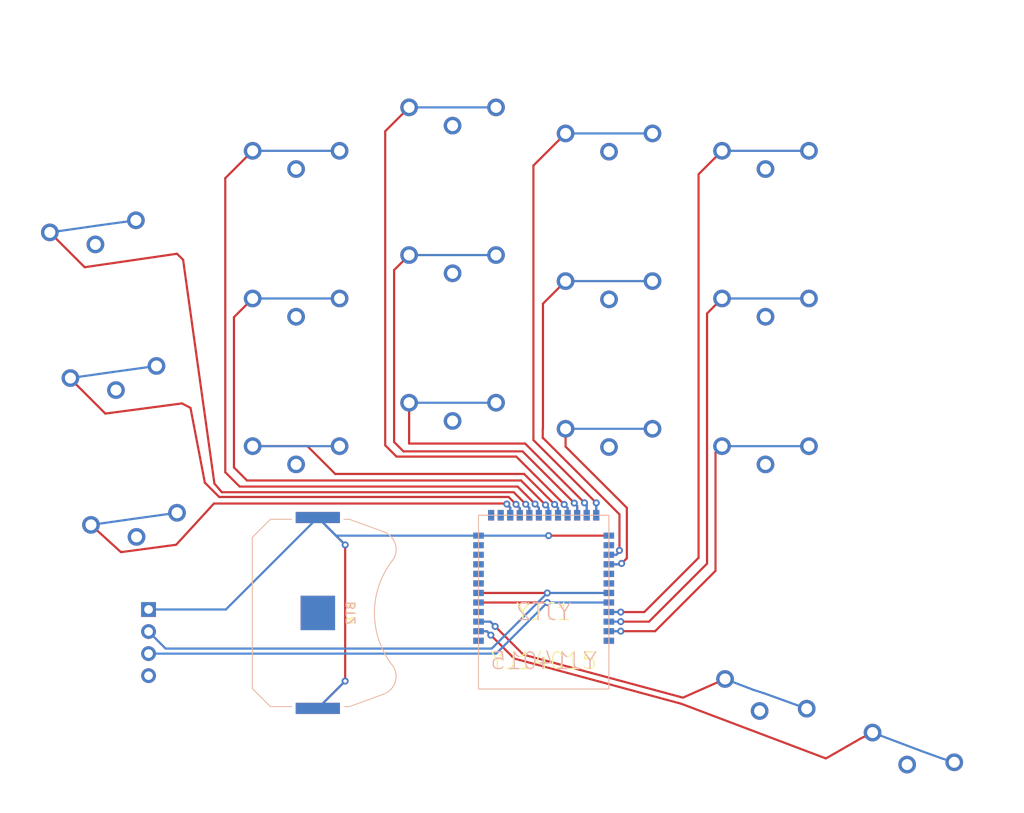
<source format=kicad_pcb>
(kicad_pcb (version 20211014) (generator pcbnew)
  (title_block (title "gurt-portable") (rev "v 0.1") (comment 4 "Author: CarlFabian"))
  (layers (0 "F.Cu" signal) (31 "B.Cu" signal) (34 "B.Paste" user) (35 "F.Paste" user) (36 "B.SilkS" user "B.Silkscreen") (37 "F.SilkS" user "F.Silkscreen") (38 "B.Mask" user) (39 "F.Mask" user) (44 "Edge.Cuts" user))
  (net 0 "")
  (net 1 "VCC")
  (net 2 "GND")
  (net 3 "DIOL")
  (net 4 "SW00L")
  (net 5 "SW10L")
  (net 6 "SW20L")
  (net 7 "SW01L")
  (net 8 "SW11L")
  (net 9 "SW21L")
  (net 10 "SW02L")
  (net 11 "SW12L")
  (net 12 "SW22L")
  (net 13 "SW03L")
  (net 14 "SW13L")
  (net 15 "SW23L")
  (net 16 "SW33L")
  (net 17 "SW04L")
  (net 18 "SW14L")
  (net 19 "SW24L")
  (net 20 "SW34L")
  (net 21 "CLKL")
  (footprint "gurt-portable:YJ-14015" (layer "F.Cu") (at 149.98192 110.25122 180)
    (fp_text reference "YJT1" (at 0 -11.1252) (layer "F.SilkS") (effects (font (size 1.9304 1.9304) (thickness 0.1524))))
    (fp_text value "YJ14015" (at 0 -16.764) (layer "F.SilkS") (effects (font (size 1.9304 1.9304) (thickness 0.1524))))
    (fp_line (start 7.49808 0) (end 7.49808 -19.99996) (layer "F.SilkS") (width 0.1))
    (fp_line (start -7.49808 0) (end 7.49808 0) (layer "F.SilkS") (width 0.1))
    (fp_line (start 7.49808 -19.99996) (end -7.49808 -19.99996) (layer "F.SilkS") (width 0.1))
    (fp_line (start -7.49808 -19.99996) (end -7.49808 0) (layer "F.SilkS") (width 0.1))
    (pad "1" smd rect locked (at -7.49808 -14.44752 270) (size 0.6985 1.19888) (layers "F.Cu" "F.Paste" "F.Mask") (net 2 "GND"))
    (pad "2" smd rect locked (at -7.49808 -13.3477 270) (size 0.6985 1.19888) (layers "F.Cu" "F.Paste" "F.Mask") (net 19 "SW24L"))
    (pad "3" smd rect locked (at -7.49808 -12.24788 270) (size 0.6985 1.19888) (layers "F.Cu" "F.Paste" "F.Mask") (net 18 "SW14L"))
    (pad "4" smd rect locked (at -7.49808 -11.14806 270) (size 0.6985 1.19888) (layers "F.Cu" "F.Paste" "F.Mask") (net 17 "SW04L"))
    (pad "5" smd rect locked (at -7.49808 -10.04824 270) (size 0.6985 1.19888) (layers "F.Cu" "F.Paste" "F.Mask"))
    (pad "6" smd rect locked (at -7.49808 -8.94842 270) (size 0.6985 1.19888) (layers "F.Cu" "F.Paste" "F.Mask"))
    (pad "7" smd rect locked (at -7.49808 -7.8486 270) (size 0.6985 1.19888) (layers "F.Cu" "F.Paste" "F.Mask"))
    (pad "8" smd rect locked (at -7.49808 -6.74878 270) (size 0.6985 1.19888) (layers "F.Cu" "F.Paste" "F.Mask"))
    (pad "9" smd rect locked (at -7.49808 -5.64896 270) (size 0.6985 1.19888) (layers "F.Cu" "F.Paste" "F.Mask") (net 15 "SW23L"))
    (pad "10" smd rect locked (at -7.49808 -4.54914 270) (size 0.6985 1.19888) (layers "F.Cu" "F.Paste" "F.Mask") (net 14 "SW13L"))
    (pad "11" smd rect locked (at -7.49808 -3.44932 270) (size 0.6985 1.19888) (layers "F.Cu" "F.Paste" "F.Mask") (net 2 "GND"))
    (pad "12" smd rect locked (at -7.49808 -2.3495 270) (size 0.6985 1.19888) (layers "F.Cu" "F.Paste" "F.Mask") (net 1 "VCC"))
    (pad "13" smd rect locked (at -6.04774 0 270) (size 1.19888 0.6985) (layers "F.Cu" "F.Paste" "F.Mask") (net 13 "SW03L"))
    (pad "14" smd rect locked (at -4.94792 0 270) (size 1.19888 0.6985) (layers "F.Cu" "F.Paste" "F.Mask") (net 12 "SW22L"))
    (pad "15" smd rect locked (at -3.8481 0 270) (size 1.19888 0.6985) (layers "F.Cu" "F.Paste" "F.Mask") (net 11 "SW12L"))
    (pad "16" smd rect locked (at -2.74828 0 270) (size 1.19888 0.6985) (layers "F.Cu" "F.Paste" "F.Mask") (net 10 "SW02L"))
    (pad "17" smd rect locked (at -1.64846 0 270) (size 1.19888 0.6985) (layers "F.Cu" "F.Paste" "F.Mask") (net 9 "SW21L"))
    (pad "18" smd rect locked (at -0.54864 0 270) (size 1.19888 0.6985) (layers "F.Cu" "F.Paste" "F.Mask") (net 8 "SW11L"))
    (pad "19" smd rect locked (at 0.54864 0 270) (size 1.19888 0.6985) (layers "F.Cu" "F.Paste" "F.Mask") (net 7 "SW01L"))
    (pad "20" smd rect locked (at 1.64846 0 270) (size 1.19888 0.6985) (layers "F.Cu" "F.Paste" "F.Mask") (net 4 "SW00L"))
    (pad "21" smd rect locked (at 2.74828 0 270) (size 1.19888 0.6985) (layers "F.Cu" "F.Paste" "F.Mask") (net 5 "SW10L"))
    (pad "22" smd rect locked (at 3.8481 0 270) (size 1.19888 0.6985) (layers "F.Cu" "F.Paste" "F.Mask") (net 6 "SW20L"))
    (pad "23" smd rect locked (at 4.94792 0 270) (size 1.19888 0.6985) (layers "F.Cu" "F.Paste" "F.Mask"))
    (pad "24" smd rect locked (at 6.04774 0 270) (size 1.19888 0.6985) (layers "F.Cu" "F.Paste" "F.Mask"))
    (pad "25" smd rect locked (at 7.49808 -2.3495 270) (size 0.6985 1.19888) (layers "F.Cu" "F.Paste" "F.Mask"))
    (pad "26" smd rect locked (at 7.49808 -3.44932 270) (size 0.6985 1.19888) (layers "F.Cu" "F.Paste" "F.Mask"))
    (pad "27" smd rect locked (at 7.49808 -4.54914 270) (size 0.6985 1.19888) (layers "F.Cu" "F.Paste" "F.Mask"))
    (pad "28" smd rect locked (at 7.49808 -5.64896 270) (size 0.6985 1.19888) (layers "F.Cu" "F.Paste" "F.Mask"))
    (pad "29" smd rect locked (at 7.49808 -6.74878 270) (size 0.6985 1.19888) (layers "F.Cu" "F.Paste" "F.Mask"))
    (pad "30" smd rect locked (at 7.49808 -7.8486 270) (size 0.6985 1.19888) (layers "F.Cu" "F.Paste" "F.Mask"))
    (pad "31" smd rect locked (at 7.49808 -8.94842 270) (size 0.6985 1.19888) (layers "F.Cu" "F.Paste" "F.Mask") (net 3 "DIOL"))
    (pad "32" smd rect locked (at 7.49808 -10.04824 270) (size 0.6985 1.19888) (layers "F.Cu" "F.Paste" "F.Mask") (net 21 "CLKL"))
    (pad "33" smd rect locked (at 7.49808 -11.14806 270) (size 0.6985 1.19888) (layers "F.Cu" "F.Paste" "F.Mask"))
    (pad "34" smd rect locked (at 7.49808 -12.24788 270) (size 0.6985 1.19888) (layers "F.Cu" "F.Paste" "F.Mask") (net 16 "SW33L"))
    (pad "35" smd rect locked (at 7.49808 -13.3477 270) (size 0.6985 1.19888) (layers "F.Cu" "F.Paste" "F.Mask") (net 20 "SW34L"))
    (pad "36" smd rect locked (at 7.49808 -14.44752 270) (size 0.6985 1.19888) (layers "F.Cu" "F.Paste" "F.Mask"))
  )
  (footprint "gurt-portable:Choc_PG1350_Choc_Spacing_Reversible" (layer "F.Cu") (at 99.955551 90 8)
    (fp_text reference "SW2" hide)
    (fp_text value "SW_PUSH" hide)
    (pad "" np_thru_hole circle locked (at -5.22 -4.2 8) (size 0.9906 0.9906) (drill 0.9906) (layers *.Cu *.Mask))
    (pad "" np_thru_hole circle locked (at -5.5 0 8) (size 1.7018 1.7018) (drill 1.7018) (layers *.Cu *.Mask))
    (pad "" np_thru_hole circle locked (at 0 0 8) (size 3.429 3.429) (drill 3.429) (layers *.Cu *.Mask))
    (pad "" np_thru_hole circle locked (at 5.5 0 8) (size 1.7018 1.7018) (drill 1.7018) (layers *.Cu *.Mask))
    (pad "" np_thru_hole circle locked (at 5.22 -4.2 8) (size 0.9906 0.9906) (drill 0.9906) (layers *.Cu *.Mask))
    (pad "1" thru_hole circle locked (at 0 5.9 8) (size 2.032 2.032) (drill 1.27) (layers *.Cu *.Mask) (net 2 "GND"))
    (pad "2" thru_hole circle locked (at -5 3.8 8) (size 2.032 2.032) (drill 1.27) (layers *.Cu *.Mask) (net 5 "SW10L"))
    (pad "2" thru_hole circle locked (at 5 3.8 278) (size 2.032 2.032) (drill 1.27) (layers *.Cu *.Mask) (net 5 "SW10L"))
  )
  (footprint "gurt-portable:Choc_PG1350_Choc_Spacing_Reversible" (layer "F.Cu") (at 157.499999 79.5)
    (fp_text reference "SW11" hide)
    (fp_text value "SW_PUSH" hide)
    (pad "" np_thru_hole circle locked (at -5.5 0) (size 1.7018 1.7018) (drill 1.7018) (layers *.Cu *.Mask))
    (pad "" np_thru_hole circle locked (at 5.5 0) (size 1.7018 1.7018) (drill 1.7018) (layers *.Cu *.Mask))
    (pad "" np_thru_hole circle locked (at 5.22 -4.2) (size 0.9906 0.9906) (drill 0.9906) (layers *.Cu *.Mask))
    (pad "" np_thru_hole circle locked (at 0 0) (size 3.429 3.429) (drill 3.429) (layers *.Cu *.Mask))
    (pad "" np_thru_hole circle locked (at -5.22 -4.2) (size 0.9906 0.9906) (drill 0.9906) (layers *.Cu *.Mask))
    (pad "1" thru_hole circle locked (at 0 5.9) (size 2.032 2.032) (drill 1.27) (layers *.Cu *.Mask) (net 2 "GND"))
    (pad "2" thru_hole circle locked (at 5 3.8 270) (size 2.032 2.032) (drill 1.27) (layers *.Cu *.Mask) (net 14 "SW13L"))
    (pad "2" thru_hole circle locked (at -5 3.8) (size 2.032 2.032) (drill 1.27) (layers *.Cu *.Mask) (net 14 "SW13L"))
  )
  (footprint "gurt-portable:BatteryHolder_Keystone_3034_1x20mm" (layer "F.Cu") (at 124 121.5 90)
    (fp_text reference "BT1" (at 0 3.81 90) (layer "F.SilkS"))
    (fp_text value "Device_Battery_Cell")
    (fp_line (start 8.7 -7.54) (end 10.78 -5.46) (layer "F.SilkS") (width 0.1))
    (fp_line (start 10.78 3) (end 10.78 3.63) (layer "F.SilkS") (width 0.1))
    (fp_line (start -10.78 3.63) (end -9.34 7.58) (layer "F.SilkS") (width 0.1))
    (fp_line (start -10.78 -5.46) (end -10.78 -3) (layer "F.SilkS") (width 0.1))
    (fp_line (start 10.78 -5.46) (end 10.78 -3) (layer "F.SilkS") (width 0.1))
    (fp_line (start -8.7 -7.54) (end -10.78 -5.46) (layer "F.SilkS") (width 0.1))
    (fp_line (start 8.7 -7.54) (end -8.7 -7.54) (layer "F.SilkS") (width 0.1))
    (fp_line (start -10.78 3) (end -10.78 3.63) (layer "F.SilkS") (width 0.1))
    (fp_line (start 10.78 3.63) (end 9.34 7.58) (layer "F.SilkS") (width 0.1))
    (fp_arc (start 9.325243 7.588169) (mid 7.90634 8.911668) (end 6 8.55) (layer "F.SilkS") (width 0.1))
    (fp_arc (start -6.003354 8.56653) (mid -7.921654 8.918738) (end -9.34 7.58) (layer "F.SilkS") (width 0.1))
    (fp_arc (start -6.0046 8.553536) (mid -0.002901 6.511341) (end 6 8.55) (layer "F.SilkS") (width 0.1))
    (pad "1" smd rect locked (at 10.985 0 90) (size 1.27 5.08) (layers "F.Cu" "F.Paste" "F.Mask") (net 1 "VCC"))
    (pad "1" smd rect locked (at -10.985 0 90) (size 1.27 5.08) (layers "F.Cu" "F.Paste" "F.Mask") (net 1 "VCC"))
    (pad "2" smd rect locked (at 0 0 90) (size 3.96 3.96) (layers "F.Cu" "F.Paste" "F.Mask") (net 2 "GND"))
  )
  (footprint "gurt-portable:Choc_PG1350_Choc_Spacing_Reversible" (layer "F.Cu") (at 139.500001 76.5)
    (fp_text reference "SW8" hide)
    (fp_text value "SW_PUSH" hide)
    (pad "" np_thru_hole circle locked (at 5.22 -4.2) (size 0.9906 0.9906) (drill 0.9906) (layers *.Cu *.Mask))
    (pad "" np_thru_hole circle locked (at -5.5 0) (size 1.7018 1.7018) (drill 1.7018) (layers *.Cu *.Mask))
    (pad "" np_thru_hole circle locked (at 5.5 0) (size 1.7018 1.7018) (drill 1.7018) (layers *.Cu *.Mask))
    (pad "" np_thru_hole circle locked (at -5.22 -4.2) (size 0.9906 0.9906) (drill 0.9906) (layers *.Cu *.Mask))
    (pad "" np_thru_hole circle locked (at 0 0) (size 3.429 3.429) (drill 3.429) (layers *.Cu *.Mask))
    (pad "1" thru_hole circle locked (at 0 5.9) (size 2.032 2.032) (drill 1.27) (layers *.Cu *.Mask) (net 2 "GND"))
    (pad "2" thru_hole circle locked (at -5 3.8) (size 2.032 2.032) (drill 1.27) (layers *.Cu *.Mask) (net 11 "SW12L"))
    (pad "2" thru_hole circle locked (at 5 3.8 270) (size 2.032 2.032) (drill 1.27) (layers *.Cu *.Mask) (net 11 "SW12L"))
  )
  (footprint "gurt-portable:Choc_PG1350_Choc_Spacing_Reversible" (layer "F.Cu") (at 121.5 81.5)
    (fp_text reference "SW5" hide)
    (fp_text value "SW_PUSH" hide)
    (pad "" np_thru_hole circle locked (at -5.22 -4.2) (size 0.9906 0.9906) (drill 0.9906) (layers *.Cu *.Mask))
    (pad "" np_thru_hole circle locked (at 5.22 -4.2) (size 0.9906 0.9906) (drill 0.9906) (layers *.Cu *.Mask))
    (pad "" np_thru_hole circle locked (at 5.5 0) (size 1.7018 1.7018) (drill 1.7018) (layers *.Cu *.Mask))
    (pad "" np_thru_hole circle locked (at -5.5 0) (size 1.7018 1.7018) (drill 1.7018) (layers *.Cu *.Mask))
    (pad "" np_thru_hole circle locked (at 0 0) (size 3.429 3.429) (drill 3.429) (layers *.Cu *.Mask))
    (pad "1" thru_hole circle locked (at 0 5.9) (size 2.032 2.032) (drill 1.27) (layers *.Cu *.Mask) (net 2 "GND"))
    (pad "2" thru_hole circle locked (at 5 3.8 270) (size 2.032 2.032) (drill 1.27) (layers *.Cu *.Mask) (net 8 "SW11L"))
    (pad "2" thru_hole circle locked (at -5 3.8) (size 2.032 2.032) (drill 1.27) (layers *.Cu *.Mask) (net 8 "SW11L"))
  )
  (footprint "gurt-portable:Choc_PG1350_Choc_Spacing_Reversible" (layer "F.Cu") (at 175.5 98.5)
    (fp_text reference "SW16" hide)
    (fp_text value "SW_PUSH" hide)
    (pad "" np_thru_hole circle locked (at -5.22 -4.2) (size 0.9906 0.9906) (drill 0.9906) (layers *.Cu *.Mask))
    (pad "" np_thru_hole circle locked (at 5.22 -4.2) (size 0.9906 0.9906) (drill 0.9906) (layers *.Cu *.Mask))
    (pad "" np_thru_hole circle locked (at 0 0) (size 3.429 3.429) (drill 3.429) (layers *.Cu *.Mask))
    (pad "" np_thru_hole circle locked (at -5.5 0) (size 1.7018 1.7018) (drill 1.7018) (layers *.Cu *.Mask))
    (pad "" np_thru_hole circle locked (at 5.5 0) (size 1.7018 1.7018) (drill 1.7018) (layers *.Cu *.Mask))
    (pad "1" thru_hole circle locked (at 0 5.9) (size 2.032 2.032) (drill 1.27) (layers *.Cu *.Mask) (net 2 "GND"))
    (pad "2" thru_hole circle locked (at -5 3.8) (size 2.032 2.032) (drill 1.27) (layers *.Cu *.Mask) (net 19 "SW24L"))
    (pad "2" thru_hole circle locked (at 5 3.8 270) (size 2.032 2.032) (drill 1.27) (layers *.Cu *.Mask) (net 19 "SW24L"))
  )
  (footprint "gurt-portable:Choc_PG1350_Choc_Spacing_Reversible" (layer "F.Cu") (at 157.5 96.5)
    (fp_text reference "SW12" hide)
    (fp_text value "SW_PUSH" hide)
    (pad "" np_thru_hole circle locked (at 5.22 -4.2) (size 0.9906 0.9906) (drill 0.9906) (layers *.Cu *.Mask))
    (pad "" np_thru_hole circle locked (at 5.5 0) (size 1.7018 1.7018) (drill 1.7018) (layers *.Cu *.Mask))
    (pad "" np_thru_hole circle locked (at -5.22 -4.2) (size 0.9906 0.9906) (drill 0.9906) (layers *.Cu *.Mask))
    (pad "" np_thru_hole circle locked (at -5.5 0) (size 1.7018 1.7018) (drill 1.7018) (layers *.Cu *.Mask))
    (pad "" np_thru_hole circle locked (at 0 0) (size 3.429 3.429) (drill 3.429) (layers *.Cu *.Mask))
    (pad "1" thru_hole circle locked (at 0 5.9) (size 2.032 2.032) (drill 1.27) (layers *.Cu *.Mask) (net 2 "GND"))
    (pad "2" thru_hole circle locked (at -5 3.8) (size 2.032 2.032) (drill 1.27) (layers *.Cu *.Mask) (net 15 "SW23L"))
    (pad "2" thru_hole circle locked (at 5 3.8 270) (size 2.032 2.032) (drill 1.27) (layers *.Cu *.Mask) (net 15 "SW23L"))
  )
  (footprint "gurt-portable:Choc_PG1350_Choc_Spacing_Reversible" (layer "F.Cu") (at 175.5 81.500001)
    (fp_text reference "SW15" hide)
    (fp_text value "SW_PUSH" hide)
    (pad "" np_thru_hole circle locked (at 5.22 -4.2) (size 0.9906 0.9906) (drill 0.9906) (layers *.Cu *.Mask))
    (pad "" np_thru_hole circle locked (at 5.5 0) (size 1.7018 1.7018) (drill 1.7018) (layers *.Cu *.Mask))
    (pad "" np_thru_hole circle locked (at 0 0) (size 3.429 3.429) (drill 3.429) (layers *.Cu *.Mask))
    (pad "" np_thru_hole circle locked (at -5.5 0) (size 1.7018 1.7018) (drill 1.7018) (layers *.Cu *.Mask))
    (pad "" np_thru_hole circle locked (at -5.22 -4.2) (size 0.9906 0.9906) (drill 0.9906) (layers *.Cu *.Mask))
    (pad "1" thru_hole circle locked (at 0 5.9) (size 2.032 2.032) (drill 1.27) (layers *.Cu *.Mask) (net 2 "GND"))
    (pad "2" thru_hole circle locked (at -5 3.8) (size 2.032 2.032) (drill 1.27) (layers *.Cu *.Mask) (net 18 "SW14L"))
    (pad "2" thru_hole circle locked (at 5 3.8 270) (size 2.032 2.032) (drill 1.27) (layers *.Cu *.Mask) (net 18 "SW14L"))
  )
  (footprint "gurt-portable:Choc_PG1350_Choc_Spacing_Reversible" (layer "F.Cu") (at 193.816383 133.410744 -20)
    (fp_text reference "SW17" hide)
    (fp_text value "SW_PUSH" hide)
    (pad "" np_thru_hole circle locked (at 5.22 -4.2 340) (size 0.9906 0.9906) (drill 0.9906) (layers *.Cu *.Mask))
    (pad "" np_thru_hole circle locked (at 5.5 0 340) (size 1.7018 1.7018) (drill 1.7018) (layers *.Cu *.Mask))
    (pad "" np_thru_hole circle locked (at -5.22 -4.2 340) (size 0.9906 0.9906) (drill 0.9906) (layers *.Cu *.Mask))
    (pad "" np_thru_hole circle locked (at 0 0 340) (size 3.429 3.429) (drill 3.429) (layers *.Cu *.Mask))
    (pad "" np_thru_hole circle locked (at -5.5 0 340) (size 1.7018 1.7018) (drill 1.7018) (layers *.Cu *.Mask))
    (pad "1" thru_hole circle locked (at 0 5.9 340) (size 2.032 2.032) (drill 1.27) (layers *.Cu *.Mask) (net 2 "GND"))
    (pad "2" thru_hole circle locked (at -5 3.8 340) (size 2.032 2.032) (drill 1.27) (layers *.Cu *.Mask) (net 20 "SW34L"))
    (pad "2" thru_hole circle locked (at 5 3.8 250) (size 2.032 2.032) (drill 1.27) (layers *.Cu *.Mask) (net 20 "SW34L"))
  )
  (footprint "gurt-portable:Choc_PG1350_Choc_Spacing_Reversible" (layer "F.Cu") (at 157.500001 62.5)
    (fp_text reference "SW10" hide)
    (fp_text value "SW_PUSH" hide)
    (pad "" np_thru_hole circle locked (at -5.5 0) (size 1.7018 1.7018) (drill 1.7018) (layers *.Cu *.Mask))
    (pad "" np_thru_hole circle locked (at 5.22 -4.2) (size 0.9906 0.9906) (drill 0.9906) (layers *.Cu *.Mask))
    (pad "" np_thru_hole circle locked (at 0 0) (size 3.429 3.429) (drill 3.429) (layers *.Cu *.Mask))
    (pad "" np_thru_hole circle locked (at 5.5 0) (size 1.7018 1.7018) (drill 1.7018) (layers *.Cu *.Mask))
    (pad "" np_thru_hole circle locked (at -5.22 -4.2) (size 0.9906 0.9906) (drill 0.9906) (layers *.Cu *.Mask))
    (pad "1" thru_hole circle locked (at 0 5.9) (size 2.032 2.032) (drill 1.27) (layers *.Cu *.Mask) (net 2 "GND"))
    (pad "2" thru_hole circle locked (at 5 3.8 270) (size 2.032 2.032) (drill 1.27) (layers *.Cu *.Mask) (net 13 "SW03L"))
    (pad "2" thru_hole circle locked (at -5 3.8) (size 2.032 2.032) (drill 1.27) (layers *.Cu *.Mask) (net 13 "SW03L"))
  )
  (footprint "gurt-portable:Choc_PG1350_Choc_Spacing_Reversible" (layer "F.Cu") (at 139.5 59.5)
    (fp_text reference "SW7" hide)
    (fp_text value "SW_PUSH" hide)
    (pad "" np_thru_hole circle locked (at -5.5 0) (size 1.7018 1.7018) (drill 1.7018) (layers *.Cu *.Mask))
    (pad "" np_thru_hole circle locked (at 0 0) (size 3.429 3.429) (drill 3.429) (layers *.Cu *.Mask))
    (pad "" np_thru_hole circle locked (at 5.22 -4.2) (size 0.9906 0.9906) (drill 0.9906) (layers *.Cu *.Mask))
    (pad "" np_thru_hole circle locked (at -5.22 -4.2) (size 0.9906 0.9906) (drill 0.9906) (layers *.Cu *.Mask))
    (pad "" np_thru_hole circle locked (at 5.5 0) (size 1.7018 1.7018) (drill 1.7018) (layers *.Cu *.Mask))
    (pad "1" thru_hole circle locked (at 0 5.9) (size 2.032 2.032) (drill 1.27) (layers *.Cu *.Mask) (net 2 "GND"))
    (pad "2" thru_hole circle locked (at 5 3.8 270) (size 2.032 2.032) (drill 1.27) (layers *.Cu *.Mask) (net 10 "SW02L"))
    (pad "2" thru_hole circle locked (at -5 3.8) (size 2.032 2.032) (drill 1.27) (layers *.Cu *.Mask) (net 10 "SW02L"))
  )
  (footprint "gurt-portable:Choc_PG1350_Choc_Spacing_Reversible" (layer "F.Cu") (at 102.321494 106.903369 8)
    (fp_text reference "SW3" hide)
    (fp_text value "SW_PUSH" hide)
    (pad "" np_thru_hole circle locked (at 5.22 -4.2 8) (size 0.9906 0.9906) (drill 0.9906) (layers *.Cu *.Mask))
    (pad "" np_thru_hole circle locked (at -5.5 0 8) (size 1.7018 1.7018) (drill 1.7018) (layers *.Cu *.Mask))
    (pad "" np_thru_hole circle locked (at -5.22 -4.2 8) (size 0.9906 0.9906) (drill 0.9906) (layers *.Cu *.Mask))
    (pad "" np_thru_hole circle locked (at 0 0 8) (size 3.429 3.429) (drill 3.429) (layers *.Cu *.Mask))
    (pad "" np_thru_hole circle locked (at 5.5 0 8) (size 1.7018 1.7018) (drill 1.7018) (layers *.Cu *.Mask))
    (pad "1" thru_hole circle locked (at 0 5.9 8) (size 2.032 2.032) (drill 1.27) (layers *.Cu *.Mask) (net 2 "GND"))
    (pad "2" thru_hole circle locked (at 5 3.8 278) (size 2.032 2.032) (drill 1.27) (layers *.Cu *.Mask) (net 6 "SW20L"))
    (pad "2" thru_hole circle locked (at -5 3.8 8) (size 2.032 2.032) (drill 1.27) (layers *.Cu *.Mask) (net 6 "SW20L"))
  )
  (footprint "gurt-portable:Choc_PG1350_Choc_Spacing_Reversible" (layer "F.Cu") (at 121.500001 98.500001)
    (fp_text reference "SW6" hide)
    (fp_text value "SW_PUSH" hide)
    (pad "" np_thru_hole circle locked (at 0 0) (size 3.429 3.429) (drill 3.429) (layers *.Cu *.Mask))
    (pad "" np_thru_hole circle locked (at 5.5 0) (size 1.7018 1.7018) (drill 1.7018) (layers *.Cu *.Mask))
    (pad "" np_thru_hole circle locked (at 5.22 -4.2) (size 0.9906 0.9906) (drill 0.9906) (layers *.Cu *.Mask))
    (pad "" np_thru_hole circle locked (at -5.22 -4.2) (size 0.9906 0.9906) (drill 0.9906) (layers *.Cu *.Mask))
    (pad "" np_thru_hole circle locked (at -5.5 0) (size 1.7018 1.7018) (drill 1.7018) (layers *.Cu *.Mask))
    (pad "1" thru_hole circle locked (at 0 5.9) (size 2.032 2.032) (drill 1.27) (layers *.Cu *.Mask) (net 2 "GND"))
    (pad "2" thru_hole circle locked (at 5 3.8 270) (size 2.032 2.032) (drill 1.27) (layers *.Cu *.Mask) (net 9 "SW21L"))
    (pad "2" thru_hole circle locked (at -5 3.8) (size 2.032 2.032) (drill 1.27) (layers *.Cu *.Mask) (net 9 "SW21L"))
  )
  (footprint "gurt-portable:Choc_PG1350_Choc_Spacing_Reversible" (layer "F.Cu") (at 175.499999 64.5)
    (fp_text reference "SW14" hide)
    (fp_text value "SW_PUSH" hide)
    (pad "" np_thru_hole circle locked (at -5.22 -4.2) (size 0.9906 0.9906) (drill 0.9906) (layers *.Cu *.Mask))
    (pad "" np_thru_hole circle locked (at -5.5 0) (size 1.7018 1.7018) (drill 1.7018) (layers *.Cu *.Mask))
    (pad "" np_thru_hole circle locked (at 5.5 0) (size 1.7018 1.7018) (drill 1.7018) (layers *.Cu *.Mask))
    (pad "" np_thru_hole circle locked (at 5.22 -4.2) (size 0.9906 0.9906) (drill 0.9906) (layers *.Cu *.Mask))
    (pad "" np_thru_hole circle locked (at 0 0) (size 3.429 3.429) (drill 3.429) (layers *.Cu *.Mask))
    (pad "1" thru_hole circle locked (at 0 5.9) (size 2.032 2.032) (drill 1.27) (layers *.Cu *.Mask) (net 2 "GND"))
    (pad "2" thru_hole circle locked (at -5 3.8) (size 2.032 2.032) (drill 1.27) (layers *.Cu *.Mask) (net 17 "SW04L"))
    (pad "2" thru_hole circle locked (at 5 3.8 270) (size 2.032 2.032) (drill 1.27) (layers *.Cu *.Mask) (net 17 "SW04L"))
  )
  (footprint "gurt-portable:Choc_PG1350_Choc_Spacing_Reversible" (layer "F.Cu") (at 97.589608 73.234254 8)
    (fp_text reference "SW1" hide)
    (fp_text value "SW_PUSH" hide)
    (pad "" np_thru_hole circle locked (at -5.22 -4.2 8) (size 0.9906 0.9906) (drill 0.9906) (layers *.Cu *.Mask))
    (pad "" np_thru_hole circle locked (at 0 0 8) (size 3.429 3.429) (drill 3.429) (layers *.Cu *.Mask))
    (pad "" np_thru_hole circle locked (at 5.5 0 8) (size 1.7018 1.7018) (drill 1.7018) (layers *.Cu *.Mask))
    (pad "" np_thru_hole circle locked (at 5.22 -4.2 8) (size 0.9906 0.9906) (drill 0.9906) (layers *.Cu *.Mask))
    (pad "" np_thru_hole circle locked (at -5.5 0 8) (size 1.7018 1.7018) (drill 1.7018) (layers *.Cu *.Mask))
    (pad "1" thru_hole circle locked (at 0 5.9 8) (size 2.032 2.032) (drill 1.27) (layers *.Cu *.Mask) (net 2 "GND"))
    (pad "2" thru_hole circle locked (at 5 3.8 278) (size 2.032 2.032) (drill 1.27) (layers *.Cu *.Mask) (net 4 "SW00L"))
    (pad "2" thru_hole circle locked (at -5 3.8 8) (size 2.032 2.032) (drill 1.27) (layers *.Cu *.Mask) (net 4 "SW00L"))
  )
  (footprint "gurt-portable:Choc_PG1350_Choc_Spacing_Reversible" (layer "F.Cu") (at 121.5 64.500001)
    (fp_text reference "SW4" hide)
    (fp_text value "SW_PUSH" hide)
    (pad "" np_thru_hole circle locked (at 5.5 0) (size 1.7018 1.7018) (drill 1.7018) (layers *.Cu *.Mask))
    (pad "" np_thru_hole circle locked (at -5.5 0) (size 1.7018 1.7018) (drill 1.7018) (layers *.Cu *.Mask))
    (pad "" np_thru_hole circle locked (at 0 0) (size 3.429 3.429) (drill 3.429) (layers *.Cu *.Mask))
    (pad "" np_thru_hole circle locked (at -5.22 -4.2) (size 0.9906 0.9906) (drill 0.9906) (layers *.Cu *.Mask))
    (pad "" np_thru_hole circle locked (at 5.22 -4.2) (size 0.9906 0.9906) (drill 0.9906) (layers *.Cu *.Mask))
    (pad "1" thru_hole circle locked (at 0 5.9) (size 2.032 2.032) (drill 1.27) (layers *.Cu *.Mask) (net 2 "GND"))
    (pad "2" thru_hole circle locked (at 5 3.8 270) (size 2.032 2.032) (drill 1.27) (layers *.Cu *.Mask) (net 7 "SW01L"))
    (pad "2" thru_hole circle locked (at -5 3.8) (size 2.032 2.032) (drill 1.27) (layers *.Cu *.Mask) (net 7 "SW01L"))
  )
  (footprint "gurt-portable:Choc_PG1350_Choc_Spacing_Reversible" (layer "F.Cu") (at 139.5 93.5)
    (fp_text reference "SW9" hide)
    (fp_text value "SW_PUSH" hide)
    (pad "" np_thru_hole circle locked (at 5.22 -4.2) (size 0.9906 0.9906) (drill 0.9906) (layers *.Cu *.Mask))
    (pad "" np_thru_hole circle locked (at 0 0) (size 3.429 3.429) (drill 3.429) (layers *.Cu *.Mask))
    (pad "" np_thru_hole circle locked (at -5.22 -4.2) (size 0.9906 0.9906) (drill 0.9906) (layers *.Cu *.Mask))
    (pad "" np_thru_hole circle locked (at 5.5 0) (size 1.7018 1.7018) (drill 1.7018) (layers *.Cu *.Mask))
    (pad "" np_thru_hole circle locked (at -5.5 0) (size 1.7018 1.7018) (drill 1.7018) (layers *.Cu *.Mask))
    (pad "1" thru_hole circle locked (at 0 5.9) (size 2.032 2.032) (drill 1.27) (layers *.Cu *.Mask) (net 2 "GND"))
    (pad "2" thru_hole circle locked (at 5 3.8 270) (size 2.032 2.032) (drill 1.27) (layers *.Cu *.Mask) (net 12 "SW22L"))
    (pad "2" thru_hole circle locked (at -5 3.8) (size 2.032 2.032) (drill 1.27) (layers *.Cu *.Mask) (net 12 "SW22L"))
  )
  (footprint "gurt-portable:Choc_PG1350_Choc_Spacing_Reversible" (layer "F.Cu") (at 176.843197 127.239917 -20)
    (fp_text reference "SW13" hide)
    (fp_text value "SW_PUSH" hide)
    (pad "" np_thru_hole circle locked (at -5.22 -4.2 340) (size 0.9906 0.9906) (drill 0.9906) (layers *.Cu *.Mask))
    (pad "" np_thru_hole circle locked (at 5.22 -4.2 340) (size 0.9906 0.9906) (drill 0.9906) (layers *.Cu *.Mask))
    (pad "" np_thru_hole circle locked (at 5.5 0 340) (size 1.7018 1.7018) (drill 1.7018) (layers *.Cu *.Mask))
    (pad "" np_thru_hole circle locked (at -5.5 0 340) (size 1.7018 1.7018) (drill 1.7018) (layers *.Cu *.Mask))
    (pad "" np_thru_hole circle locked (at 0 0 340) (size 3.429 3.429) (drill 3.429) (layers *.Cu *.Mask))
    (pad "1" thru_hole circle locked (at 0 5.9 340) (size 2.032 2.032) (drill 1.27) (layers *.Cu *.Mask) (net 2 "GND"))
    (pad "2" thru_hole circle locked (at 5 3.8 250) (size 2.032 2.032) (drill 1.27) (layers *.Cu *.Mask) (net 16 "SW33L"))
    (pad "2" thru_hole circle locked (at -5 3.8 340) (size 2.032 2.032) (drill 1.27) (layers *.Cu *.Mask) (net 16 "SW33L"))
  )
  (footprint "gurt-portable:YJ-14015" (layer "B.Cu") (at 149.98192 110.25122)
    (fp_text reference "YJT2" (at 0 11.1252) (layer "B.SilkS") (effects (font (size 1.9304 1.9304) (thickness 0.1524)) (justify mirror)))
    (fp_text value "YJ14015" (at 0 16.764) (layer "B.SilkS") (effects (font (size 1.9304 1.9304) (thickness 0.1524)) (justify mirror)))
    (fp_line (start 7.49808 19.99996) (end -7.49808 19.99996) (layer "B.SilkS") (width 0.1))
    (fp_line (start -7.49808 19.99996) (end -7.49808 0) (layer "B.SilkS") (width 0.1))
    (fp_line (start -7.49808 0) (end 7.49808 0) (layer "B.SilkS") (width 0.1))
    (fp_line (start 7.49808 0) (end 7.49808 19.99996) (layer "B.SilkS") (width 0.1))
    (pad "1" smd rect locked (at -7.49808 14.44752 270) (size 0.6985 1.19888) (layers "B.Cu" "B.Paste" "B.Mask") (net 2 "GND"))
    (pad "2" smd rect locked (at -7.49808 13.3477 270) (size 0.6985 1.19888) (layers "B.Cu" "B.Paste" "B.Mask") (net 20 "SW34L"))
    (pad "3" smd rect locked (at -7.49808 12.24788 270) (size 0.6985 1.19888) (layers "B.Cu" "B.Paste" "B.Mask") (net 16 "SW33L"))
    (pad "4" smd rect locked (at -7.49808 11.14806 270) (size 0.6985 1.19888) (layers "B.Cu" "B.Paste" "B.Mask"))
    (pad "5" smd rect locked (at -7.49808 10.04824 270) (size 0.6985 1.19888) (layers "B.Cu" "B.Paste" "B.Mask"))
    (pad "6" smd rect locked (at -7.49808 8.94842 270) (size 0.6985 1.19888) (layers "B.Cu" "B.Paste" "B.Mask"))
    (pad "7" smd rect locked (at -7.49808 7.8486 270) (size 0.6985 1.19888) (layers "B.Cu" "B.Paste" "B.Mask"))
    (pad "8" smd rect locked (at -7.49808 6.74878 270) (size 0.6985 1.19888) (layers "B.Cu" "B.Paste" "B.Mask"))
    (pad "9" smd rect locked (at -7.49808 5.64896 270) (size 0.6985 1.19888) (layers "B.Cu" "B.Paste" "B.Mask"))
    (pad "10" smd rect locked (at -7.49808 4.54914 270) (size 0.6985 1.19888) (layers "B.Cu" "B.Paste" "B.Mask"))
    (pad "11" smd rect locked (at -7.49808 3.44932 270) (size 0.6985 1.19888) (layers "B.Cu" "B.Paste" "B.Mask") (net 2 "GND"))
    (pad "12" smd rect locked (at -7.49808 2.3495 270) (size 0.6985 1.19888) (layers "B.Cu" "B.Paste" "B.Mask") (net 1 "VCC"))
    (pad "13" smd rect locked (at -6.04774 0 270) (size 1.19888 0.6985) (layers "B.Cu" "B.Paste" "B.Mask"))
    (pad "14" smd rect locked (at -4.94792 0 270) (size 1.19888 0.6985) (layers "B.Cu" "B.Paste" "B.Mask"))
    (pad "15" smd rect locked (at -3.8481 0 270) (size 1.19888 0.6985) (layers "B.Cu" "B.Paste" "B.Mask") (net 6 "SW20L"))
    (pad "16" smd rect locked (at -2.74828 0 270) (size 1.19888 0.6985) (layers "B.Cu" "B.Paste" "B.Mask") (net 5 "SW10L"))
    (pad "17" smd rect locked (at -1.64846 0 270) (size 1.19888 0.6985) (layers "B.Cu" "B.Paste" "B.Mask") (net 4 "SW00L"))
    (pad "18" smd rect locked (at -0.54864 0 270) (size 1.19888 0.6985) (layers "B.Cu" "B.Paste" "B.Mask") (net 7 "SW01L"))
    (pad "19" smd rect locked (at 0.54864 0 270) (size 1.19888 0.6985) (layers "B.Cu" "B.Paste" "B.Mask") (net 8 "SW11L"))
    (pad "20" smd rect locked (at 1.64846 0 270) (size 1.19888 0.6985) (layers "B.Cu" "B.Paste" "B.Mask") (net 9 "SW21L"))
    (pad "21" smd rect locked (at 2.74828 0 270) (size 1.19888 0.6985) (layers "B.Cu" "B.Paste" "B.Mask") (net 10 "SW02L"))
    (pad "22" smd rect locked (at 3.8481 0 270) (size 1.19888 0.6985) (layers "B.Cu" "B.Paste" "B.Mask") (net 11 "SW12L"))
    (pad "23" smd rect locked (at 4.94792 0 270) (size 1.19888 0.6985) (layers "B.Cu" "B.Paste" "B.Mask") (net 12 "SW22L"))
    (pad "24" smd rect locked (at 6.04774 0 270) (size 1.19888 0.6985) (layers "B.Cu" "B.Paste" "B.Mask") (net 13 "SW03L"))
    (pad "25" smd rect locked (at 7.49808 2.3495 270) (size 0.6985 1.19888) (layers "B.Cu" "B.Paste" "B.Mask"))
    (pad "26" smd rect locked (at 7.49808 3.44932 270) (size 0.6985 1.19888) (layers "B.Cu" "B.Paste" "B.Mask"))
    (pad "27" smd rect locked (at 7.49808 4.54914 270) (size 0.6985 1.19888) (layers "B.Cu" "B.Paste" "B.Mask") (net 14 "SW13L"))
    (pad "28" smd rect locked (at 7.49808 5.64896 270) (size 0.6985 1.19888) (layers "B.Cu" "B.Paste" "B.Mask") (net 15 "SW23L"))
    (pad "29" smd rect locked (at 7.49808 6.74878 270) (size 0.6985 1.19888) (layers "B.Cu" "B.Paste" "B.Mask"))
    (pad "30" smd rect locked (at 7.49808 7.8486 270) (size 0.6985 1.19888) (layers "B.Cu" "B.Paste" "B.Mask"))
    (pad "31" smd rect locked (at 7.49808 8.94842 270) (size 0.6985 1.19888) (layers "B.Cu" "B.Paste" "B.Mask") (net 3 "DIOL"))
    (pad "32" smd rect locked (at 7.49808 10.04824 270) (size 0.6985 1.19888) (layers "B.Cu" "B.Paste" "B.Mask") (net 21 "CLKL"))
    (pad "33" smd rect locked (at 7.49808 11.14806 270) (size 0.6985 1.19888) (layers "B.Cu" "B.Paste" "B.Mask") (net 17 "SW04L"))
    (pad "34" smd rect locked (at 7.49808 12.24788 270) (size 0.6985 1.19888) (layers "B.Cu" "B.Paste" "B.Mask") (net 18 "SW14L"))
    (pad "35" smd rect locked (at 7.49808 13.3477 270) (size 0.6985 1.19888) (layers "B.Cu" "B.Paste" "B.Mask") (net 19 "SW24L"))
    (pad "36" smd rect locked (at 7.49808 14.44752 270) (size 0.6985 1.19888) (layers "B.Cu" "B.Paste" "B.Mask"))
  )
  (footprint "gurt-portable:BatteryHolder_Keystone_3034_1x20mm" (layer "B.Cu") (at 124 121.5 -90)
    (fp_text reference "BT2" (at 0 -3.81 90) (layer "B.SilkS") (effects (justify mirror)))
    (fp_text value "Device_Battery_Cell")
    (fp_line (start 10.78 5.46) (end 10.78 3) (layer "B.SilkS") (width 0.1))
    (fp_line (start -10.78 -3) (end -10.78 -3.63) (layer "B.SilkS") (width 0.1))
    (fp_line (start -10.78 5.46) (end -10.78 3) (layer "B.SilkS") (width 0.1))
    (fp_line (start 10.78 -3.63) (end 9.34 -7.58) (layer "B.SilkS") (width 0.1))
    (fp_line (start 10.78 -3) (end 10.78 -3.63) (layer "B.SilkS") (width 0.1))
    (fp_line (start 8.7 7.54) (end -8.7 7.54) (layer "B.SilkS") (width 0.1))
    (fp_line (start -10.78 -3.63) (end -9.34 -7.58) (layer "B.SilkS") (width 0.1))
    (fp_line (start -8.7 7.54) (end -10.78 5.46) (layer "B.SilkS") (width 0.1))
    (fp_line (start 8.7 7.54) (end 10.78 5.46) (layer "B.SilkS") (width 0.1))
    (fp_arc (start 6 -8.55) (mid -0.002901 -6.511341) (end -6.0046 -8.553536) (layer "B.SilkS") (width 0.1))
    (fp_arc (start -9.34 -7.58) (mid -7.921654 -8.918739) (end -6.003354 -8.56653) (layer "B.SilkS") (width 0.1))
    (fp_arc (start 6 -8.55) (mid 7.90634 -8.911669) (end 9.325243 -7.588169) (layer "B.SilkS") (width 0.1))
    (pad "1" smd rect locked (at -10.985 0 270) (size 1.27 5.08) (layers "B.Cu" "B.Paste" "B.Mask") (net 1 "VCC"))
    (pad "1" smd rect locked (at 10.985 0 270) (size 1.27 5.08) (layers "B.Cu" "B.Paste" "B.Mask") (net 1 "VCC"))
    (pad "2" smd rect locked (at 0 0 270) (size 3.96 3.96) (layers "B.Cu" "B.Paste" "B.Mask") (net 2 "GND"))
  )
  (footprint "gurt-portable:PinHeader_1x04_P2.54mm_Horizontal" (layer "B.Cu") (at 104.525 121.1 180)
    (fp_text reference "PROG1" hide)
    (fp_text value "Connector_Conn_01x04_Male")
    (pad "1" thru_hole rect (at 0 0 180) (size 1.7 1.7) (drill 1) (layers *.Cu *.Mask) (net 1 "VCC"))
    (pad "2" thru_hole oval (at 0 -2.54 180) (size 1.7 1.7) (drill 1) (layers *.Cu *.Mask) (net 3 "DIOL"))
    (pad "3" thru_hole oval (at 0 -5.08 180) (size 1.7 1.7) (drill 1) (layers *.Cu *.Mask) (net 21 "CLKL"))
    (pad "4" thru_hole oval (at 0 -7.62 180) (size 1.7 1.7) (drill 1) (layers *.Cu *.Mask) (net 2 "GND"))
  )
  (segment (start 127.15 113.665) (end 124 110.515) (width 0.25) (layer "F.Cu") (net 1))
  (segment (start 127.1425 129.3425) (end 127.1425 113.6725) (width 0.25) (layer "F.Cu") (net 1))
  (segment (start 124 132.485) (end 127.1425 129.3425) (width 0.25) (layer "F.Cu") (net 1))
  (segment (start 157.48 112.60072) (end 150.45072 112.60072) (width 0.25) (layer "F.Cu") (net 1))
  (via (at 150.54928 112.60072) (size 0.8) (drill 0.4) (layers "F.Cu" "B.Cu") (net 1))
  (via (at 127.15 113.665) (size 0.8) (drill 0.4) (layers "F.Cu" "B.Cu") (net 1))
  (via (at 127.1425 129.3425) (size 0.8) (drill 0.4) (layers "F.Cu" "B.Cu") (net 1))
  (segment (start 104.525 121.1) (end 113.415 121.1) (width 0.25) (layer "B.Cu") (net 1))
  (segment (start 126.08572 112.60072) (end 124 110.515) (width 0.25) (layer "B.Cu") (net 1))
  (segment (start 142.48384 112.60072) (end 150.54928 112.60072) (width 0.25) (layer "B.Cu") (net 1))
  (segment (start 113.415 121.1) (end 124 110.515) (width 0.25) (layer "B.Cu") (net 1))
  (segment (start 127.15 113.665) (end 124 110.515) (width 0.25) (layer "B.Cu") (net 1))
  (segment (start 124 132.485) (end 127.1425 129.3425) (width 0.25) (layer "B.Cu") (net 1))
  (segment (start 142.48384 112.60072) (end 126.08572 112.60072) (width 0.25) (layer "B.Cu") (net 1))
  (segment (start 142.48384 119.19964) (end 150.40036 119.19964) (width 0.25) (layer "F.Cu") (net 3))
  (via (at 150.40036 119.19964) (size 0.8) (drill 0.4) (layers "F.Cu" "B.Cu") (net 3))
  (segment (start 157.48 119.19964) (end 150.40036 119.19964) (width 0.25) (layer "B.Cu") (net 3))
  (segment (start 106.485 125.6) (end 104.525 123.64) (width 0.25) (layer "B.Cu") (net 3))
  (segment (start 144 125.6) (end 106.485 125.6) (width 0.25) (layer "B.Cu") (net 3))
  (segment (start 150.40036 119.19964) (end 144 125.6) (width 0.25) (layer "B.Cu") (net 3))
  (segment (start 147.91584 108.98416) (end 146.53168 107.6) (width 0.25) (layer "F.Cu") (net 4))
  (segment (start 112.95 107.6) (end 112.1 106.6) (width 0.25) (layer "F.Cu") (net 4))
  (segment (start 148.33346 109.40178) (end 147.91584 108.98416) (width 0.25) (layer "F.Cu") (net 4))
  (segment (start 97.173987 81.7) (end 93.167125 77.693138) (width 0.25) (layer "F.Cu") (net 4))
  (segment (start 146.53168 107.6) (end 112.95 107.6) (width 0.25) (layer "F.Cu") (net 4))
  (segment (start 108.5 80.85) (end 107.8 80.15) (width 0.25) (layer "F.Cu") (net 4))
  (segment (start 112.1 106.6) (end 108.5 80.85) (width 0.25) (layer "F.Cu") (net 4))
  (segment (start 107.8 80.15) (end 97.173987 81.7) (width 0.25) (layer "F.Cu") (net 4))
  (segment (start 148.33346 110.25122) (end 148.33346 109.40178) (width 0.25) (layer "F.Cu") (net 4))
  (via (at 147.91584 108.98416) (size 0.8) (drill 0.4) (layers "F.Cu" "B.Cu") (net 4))
  (segment (start 103.069806 76.301407) (end 99.05 76.85) (width 0.25) (layer "B.Cu") (net 4))
  (segment (start 99.05 76.85) (end 93.167125 77.693138) (width 0.25) (layer "B.Cu") (net 4))
  (segment (start 148.33346 110.25122) (end 148.33346 109.40178) (width 0.25) (layer "B.Cu") (net 4))
  (segment (start 148.33346 109.40178) (end 147.91584 108.98416) (width 0.25) (layer "B.Cu") (net 4))
  (segment (start 108.378263 97.378263) (end 99.555372 98.55) (width 0.25) (layer "F.Cu") (net 5))
  (segment (start 111 106.5) (end 109.35 97.9) (width 0.25) (layer "F.Cu") (net 5))
  (segment (start 147.23364 109.43364) (end 146.8 109) (width 0.25) (layer "F.Cu") (net 5))
  (segment (start 145.95 108.15) (end 112.65 108.15) (width 0.25) (layer "F.Cu") (net 5))
  (segment (start 147.23364 110.25122) (end 147.23364 109.43364) (width 0.25) (layer "F.Cu") (net 5))
  (segment (start 112.65 108.15) (end 111 106.5) (width 0.25) (layer "F.Cu") (net 5))
  (segment (start 109.35 97.9) (end 108.378263 97.378263) (width 0.25) (layer "F.Cu") (net 5))
  (segment (start 99.555372 98.55) (end 95.533068 94.527696) (width 0.25) (layer "F.Cu") (net 5))
  (segment (start 146.8 109) (end 145.95 108.15) (width 0.25) (layer "F.Cu") (net 5))
  (via (at 146.8 109) (size 0.8) (drill 0.4) (layers "F.Cu" "B.Cu") (net 5))
  (segment (start 147.23364 110.25122) (end 147.23364 109.43364) (width 0.25) (layer "B.Cu") (net 5))
  (segment (start 105.435749 93.067153) (end 100.5 93.75) (width 0.25) (layer "B.Cu") (net 5))
  (segment (start 100.5 93.75) (end 95.533068 94.458884) (width 0.25) (layer "B.Cu") (net 5))
  (segment (start 147.23364 109.43364) (end 146.8 109) (width 0.25) (layer "B.Cu") (net 5))
  (segment (start 101.35 114.5) (end 97.899011 111.362253) (width 0.25) (layer "F.Cu") (net 6))
  (segment (start 145.675402 108.9) (end 112.05 108.9) (width 0.25) (layer "F.Cu") (net 6))
  (segment (start 145.735818 109.003778) (end 146.13382 109.40178) (width 0.25) (layer "F.Cu") (net 6))
  (segment (start 107.7 113.65) (end 101.35 114.5) (width 0.25) (layer "F.Cu") (net 6))
  (segment (start 145.735818 108.960416) (end 145.675402 108.9) (width 0.25) (layer "F.Cu") (net 6))
  (segment (start 146.13382 109.40178) (end 146.13382 110.25122) (width 0.25) (layer "F.Cu") (net 6))
  (segment (start 112.05 108.9) (end 107.7 113.65) (width 0.25) (layer "F.Cu") (net 6))
  (segment (start 145.735818 108.960416) (end 145.735818 109.003778) (width 0.25) (layer "F.Cu") (net 6))
  (via (at 145.735818 108.960416) (size 0.8) (drill 0.4) (layers "F.Cu" "B.Cu") (net 6))
  (segment (start 146.13382 110.25122) (end 146.13382 109.358418) (width 0.25) (layer "B.Cu") (net 6))
  (segment (start 102.9 110.65) (end 97.899011 111.362253) (width 0.25) (layer "B.Cu") (net 6))
  (segment (start 146.13382 109.358418) (end 145.735818 108.960416) (width 0.25) (layer "B.Cu") (net 6))
  (segment (start 107.801692 109.970522) (end 102.9 110.65) (width 0.25) (layer "B.Cu") (net 6))
  (segment (start 149.43328 109.40178) (end 148.99075 108.95925) (width 0.25) (layer "F.Cu") (net 7))
  (segment (start 148.99075 108.95925) (end 146.9815 106.95) (width 0.25) (layer "F.Cu") (net 7))
  (segment (start 113.35 105.3) (end 113.35 71.450001) (width 0.25) (layer "F.Cu") (net 7))
  (segment (start 146.9815 106.95) (end 115 106.95) (width 0.25) (layer "F.Cu") (net 7))
  (segment (start 149.43328 110.25122) (end 149.43328 109.40178) (width 0.25) (layer "F.Cu") (net 7))
  (segment (start 115 106.95) (end 113.35 105.3) (width 0.25) (layer "F.Cu") (net 7))
  (segment (start 113.35 71.450001) (end 116.5 68.300001) (width 0.25) (layer "F.Cu") (net 7))
  (via (at 148.99075 108.95925) (size 0.8) (drill 0.4) (layers "F.Cu" "B.Cu") (net 7))
  (segment (start 116.5 68.300001) (end 126.5 68.300001) (width 0.25) (layer "B.Cu") (net 7))
  (segment (start 149.43328 109.40178) (end 148.99075 108.95925) (width 0.25) (layer "B.Cu") (net 7))
  (segment (start 149.43328 110.25122) (end 149.43328 109.40178) (width 0.25) (layer "B.Cu") (net 7))
  (segment (start 150.53056 109.40178) (end 150.18939 109.06061) (width 0.25) (layer "F.Cu") (net 8))
  (segment (start 115.85 106.25) (end 114.35 104.75) (width 0.25) (layer "F.Cu") (net 8))
  (segment (start 147.37878 106.25) (end 115.85 106.25) (width 0.25) (layer "F.Cu") (net 8))
  (segment (start 114.35 104.75) (end 114.35 87.45) (width 0.25) (layer "F.Cu") (net 8))
  (segment (start 150.18939 109.06061) (end 147.37878 106.25) (width 0.25) (layer "F.Cu") (net 8))
  (segment (start 150.53056 110.25122) (end 150.53056 109.40178) (width 0.25) (layer "F.Cu") (net 8))
  (segment (start 114.35 87.45) (end 116.5 85.3) (width 0.25) (layer "F.Cu") (net 8))
  (via (at 150.18939 109.06061) (size 0.8) (drill 0.4) (layers "F.Cu" "B.Cu") (net 8))
  (segment (start 150.53056 110.25122) (end 150.53056 109.40178) (width 0.25) (layer "B.Cu") (net 8))
  (segment (start 150.53056 109.40178) (end 150.18939 109.06061) (width 0.25) (layer "B.Cu") (net 8))
  (segment (start 116.5 85.3) (end 126.5 85.3) (width 0.25) (layer "B.Cu") (net 8))
  (segment (start 122.800001 102.300001) (end 116.500001 102.300001) (width 0.25) (layer "F.Cu") (net 9))
  (segment (start 151.63038 110.25122) (end 151.63038 109.40178) (width 0.25) (layer "F.Cu") (net 9))
  (segment (start 147.7286 105.5) (end 126 105.5) (width 0.25) (layer "F.Cu") (net 9))
  (segment (start 151.2393 109.0107) (end 147.7286 105.5) (width 0.25) (layer "F.Cu") (net 9))
  (segment (start 126 105.5) (end 122.800001 102.300001) (width 0.25) (layer "F.Cu") (net 9))
  (segment (start 151.63038 109.40178) (end 151.2393 109.0107) (width 0.25) (layer "F.Cu") (net 9))
  (via (at 151.2393 109.0107) (size 0.8) (drill 0.4) (layers "F.Cu" "B.Cu") (net 9))
  (segment (start 151.63038 109.40178) (end 151.2393 109.0107) (width 0.25) (layer "B.Cu") (net 9))
  (segment (start 151.63038 110.25122) (end 151.63038 109.40178) (width 0.25) (layer "B.Cu") (net 9))
  (segment (start 126.500001 102.300001) (end 116.500001 102.300001) (width 0.25) (layer "B.Cu") (net 9))
  (segment (start 133.05 103.5) (end 131.75 102.2) (width 0.25) (layer "F.Cu") (net 10))
  (segment (start 152.33921 109.01079) (end 146.82842 103.5) (width 0.25) (layer "F.Cu") (net 10))
  (segment (start 131.75 66.05) (end 134.5 63.3) (width 0.25) (layer "F.Cu") (net 10))
  (segment (start 152.7302 110.25122) (end 152.7302 109.40178) (width 0.25) (layer "F.Cu") (net 10))
  (segment (start 131.75 102.2) (end 131.75 66.05) (width 0.25) (layer "F.Cu") (net 10))
  (segment (start 152.7302 109.40178) (end 152.33921 109.01079) (width 0.25) (layer "F.Cu") (net 10))
  (segment (start 146.82842 103.5) (end 133.05 103.5) (width 0.25) (layer "F.Cu") (net 10))
  (via (at 152.33921 109.01079) (size 0.8) (drill 0.4) (layers "F.Cu" "B.Cu") (net 10))
  (segment (start 134.5 63.3) (end 144.5 63.3) (width 0.25) (layer "B.Cu") (net 10))
  (segment (start 152.7302 109.40178) (end 152.33921 109.01079) (width 0.25) (layer "B.Cu") (net 10))
  (segment (start 152.7302 110.25122) (end 152.7302 109.40178) (width 0.25) (layer "B.Cu") (net 10))
  (segment (start 133.85 102.9) (end 132.774579 101.824579) (width 0.25) (layer "F.Cu") (net 11))
  (segment (start 147.55 102.9) (end 133.85 102.9) (width 0.25) (layer "F.Cu") (net 11))
  (segment (start 153.83002 110.25122) (end 153.83002 109.18002) (width 0.25) (layer "F.Cu") (net 11))
  (segment (start 153.5 108.85) (end 147.55 102.9) (width 0.25) (layer "F.Cu") (net 11))
  (segment (start 132.774579 82.025422) (end 134.500001 80.3) (width 0.25) (layer "F.Cu") (net 11))
  (segment (start 132.774579 101.824579) (end 132.774579 82.025422) (width 0.25) (layer "F.Cu") (net 11))
  (segment (start 153.83002 109.18002) (end 153.5 108.85) (width 0.25) (layer "F.Cu") (net 11))
  (via (at 153.5 108.85) (size 0.8) (drill 0.4) (layers "F.Cu" "B.Cu") (net 11))
  (segment (start 134.500001 80.3) (end 144.500001 80.3) (width 0.25) (layer "B.Cu") (net 11))
  (segment (start 153.83002 109.18002) (end 153.5 108.85) (width 0.25) (layer "B.Cu") (net 11))
  (segment (start 153.83002 110.25122) (end 153.83002 109.18002) (width 0.25) (layer "B.Cu") (net 11))
  (segment (start 154.92984 109.07984) (end 154.675 108.825) (width 0.25) (layer "F.Cu") (net 12))
  (segment (start 154.675 108.825) (end 147.85 102) (width 0.25) (layer "F.Cu") (net 12))
  (segment (start 147.85 102) (end 134.5 102) (width 0.25) (layer "F.Cu") (net 12))
  (segment (start 134.5 102) (end 134.5 97.3) (width 0.25) (layer "F.Cu") (net 12))
  (segment (start 154.92984 110.25122) (end 154.92984 109.07984) (width 0.25) (layer "F.Cu") (net 12))
  (via (at 154.675 108.825) (size 0.8) (drill 0.4) (layers "F.Cu" "B.Cu") (net 12))
  (segment (start 154.92984 110.25122) (end 154.92984 109.07984) (width 0.25) (layer "B.Cu") (net 12))
  (segment (start 154.92984 109.07984) (end 154.675 108.825) (width 0.25) (layer "B.Cu") (net 12))
  (segment (start 144.5 97.3) (end 134.5 97.3) (width 0.25) (layer "B.Cu") (net 12))
  (segment (start 148.8 70.000001) (end 152.500001 66.3) (width 0.25) (layer "F.Cu") (net 13))
  (segment (start 156.02966 110.25122) (end 156.02966 108.82966) (width 0.25) (layer "F.Cu") (net 13))
  (segment (start 148.8 101.6) (end 148.8 70.000001) (width 0.25) (layer "F.Cu") (net 13))
  (segment (start 156.02966 108.82966) (end 148.8 101.6) (width 0.25) (layer "F.Cu") (net 13))
  (via (at 156.02966 108.82966) (size 0.8) (drill 0.4) (layers "F.Cu" "B.Cu") (net 13))
  (segment (start 156.02966 110.25122) (end 156.02966 108.82966) (width 0.25) (layer "B.Cu") (net 13))
  (segment (start 152.500001 66.3) (end 162.500001 66.3) (width 0.25) (layer "B.Cu") (net 13))
  (segment (start 157.48 114.80036) (end 158.32944 114.80036) (width 0.25) (layer "F.Cu") (net 14))
  (segment (start 158.7 114.4298) (end 158.7 114.3) (width 0.25) (layer "F.Cu") (net 14))
  (segment (start 149.9 100.3) (end 149.9 85.899999) (width 0.25) (layer "F.Cu") (net 14))
  (segment (start 149.875421 101.374579) (end 149.875421 100.324579) (width 0.25) (layer "F.Cu") (net 14))
  (segment (start 158.7 110.15) (end 149.9 101.35) (width 0.25) (layer "F.Cu") (net 14))
  (segment (start 158.7 114.3) (end 158.7 110.15) (width 0.25) (layer "F.Cu") (net 14))
  (segment (start 149.9 85.899999) (end 152.499999 83.3) (width 0.25) (layer "F.Cu") (net 14))
  (segment (start 158.32944 114.80036) (end 158.7 114.4298) (width 0.25) (layer "F.Cu") (net 14))
  (via (at 158.7 114.3) (size 0.8) (drill 0.4) (layers "F.Cu" "B.Cu") (net 14))
  (segment (start 157.48 114.80036) (end 158.34964 114.80036) (width 0.25) (layer "B.Cu") (net 14))
  (segment (start 152.499999 83.3) (end 162.499999 83.3) (width 0.25) (layer "B.Cu") (net 14))
  (segment (start 158.7 114.45) (end 158.7 114.3) (width 0.25) (layer "B.Cu") (net 14))
  (segment (start 158.34964 114.80036) (end 158.7 114.45) (width 0.25) (layer "B.Cu") (net 14))
  (segment (start 157.48 115.90018) (end 158.84982 115.90018) (width 0.25) (layer "F.Cu") (net 15))
  (segment (start 159.55 115.2) (end 159.55 109.4) (width 0.25) (layer "F.Cu") (net 15))
  (segment (start 152.5 102.35) (end 152.5 100.3) (width 0.25) (layer "F.Cu") (net 15))
  (segment (start 158.95 115.8) (end 159.55 115.2) (width 0.25) (layer "F.Cu") (net 15))
  (segment (start 158.84982 115.90018) (end 158.95 115.8) (width 0.25) (layer "F.Cu") (net 15))
  (segment (start 159.55 109.4) (end 152.5 102.35) (width 0.25) (layer "F.Cu") (net 15))
  (via (at 158.95 115.8) (size 0.8) (drill 0.4) (layers "F.Cu" "B.Cu") (net 15))
  (segment (start 152.5 100.3) (end 162.5 100.3) (width 0.25) (layer "B.Cu") (net 15))
  (segment (start 158.84982 115.90018) (end 158.95 115.8) (width 0.25) (layer "B.Cu") (net 15))
  (segment (start 157.48 115.90018) (end 158.84982 115.90018) (width 0.25) (layer "B.Cu") (net 15))
  (segment (start 144.4 123.05) (end 143.8491 122.4991) (width 0.25) (layer "F.Cu") (net 16))
  (segment (start 143.8491 122.4991) (end 142.48384 122.4991) (width 0.25) (layer "F.Cu") (net 16))
  (segment (start 170.845057 129.100648) (end 166 131.25) (width 0.25) (layer "F.Cu") (net 16))
  (segment (start 166 131.25) (end 147.65 126.3) (width 0.25) (layer "F.Cu") (net 16))
  (segment (start 147.65 126.3) (end 144.4 123.05) (width 0.25) (layer "F.Cu") (net 16))
  (via (at 144.4 123.05) (size 0.8) (drill 0.4) (layers "F.Cu" "B.Cu") (net 16))
  (segment (start 180.241984 132.52085) (end 175.35 130.75) (width 0.25) (layer "B.Cu") (net 16))
  (segment (start 143.8491 122.4991) (end 144.4 123.05) (width 0.25) (layer "B.Cu") (net 16))
  (segment (start 142.48384 122.4991) (end 143.8491 122.4991) (width 0.25) (layer "B.Cu") (net 16))
  (segment (start 175.35 130.75) (end 174.1 130.35) (width 0.25) (layer "B.Cu") (net 16))
  (segment (start 174.1 130.35) (end 170.845057 129.100648) (width 0.25) (layer "B.Cu") (net 16))
  (segment (start 161.55072 121.39928) (end 167.8 115.15) (width 0.25) (layer "F.Cu") (net 17))
  (segment (start 167.8 70.999999) (end 170.499999 68.3) (width 0.25) (layer "F.Cu") (net 17))
  (segment (start 167.8 115.15) (end 167.8 70.999999) (width 0.25) (layer "F.Cu") (net 17))
  (segment (start 158.85072 121.39928) (end 161.55072 121.39928) (width 0.25) (layer "F.Cu") (net 17))
  (segment (start 157.48 121.39928) (end 158.85072 121.39928) (width 0.25) (layer "F.Cu") (net 17))
  (via (at 158.85072 121.39928) (size 0.8) (drill 0.4) (layers "F.Cu" "B.Cu") (net 17))
  (segment (start 157.48 121.39928) (end 158.85072 121.39928) (width 0.25) (layer "B.Cu") (net 17))
  (segment (start 170.499999 68.3) (end 180.499999 68.3) (width 0.25) (layer "B.Cu") (net 17))
  (segment (start 162.1009 122.4991) (end 168.774579 115.825421) (width 0.25) (layer "F.Cu") (net 18))
  (segment (start 158.8509 122.4991) (end 162.1009 122.4991) (width 0.25) (layer "F.Cu") (net 18))
  (segment (start 157.48 122.4991) (end 158.8509 122.4991) (width 0.25) (layer "F.Cu") (net 18))
  (segment (start 168.774579 115.825421) (end 168.774579 87.025422) (width 0.25) (layer "F.Cu") (net 18))
  (segment (start 168.774579 87.025422) (end 170.5 85.300001) (width 0.25) (layer "F.Cu") (net 18))
  (via (at 158.8509 122.4991) (size 0.8) (drill 0.4) (layers "F.Cu" "B.Cu") (net 18))
  (segment (start 170.5 85.300001) (end 180.5 85.300001) (width 0.25) (layer "B.Cu") (net 18))
  (segment (start 157.48 122.4991) (end 158.8509 122.4991) (width 0.25) (layer "B.Cu") (net 18))
  (segment (start 169.75 103.05) (end 170.5 102.3) (width 0.25) (layer "F.Cu") (net 19))
  (segment (start 157.48 123.59892) (end 158.85108 123.59892) (width 0.25) (layer "F.Cu") (net 19))
  (segment (start 158.85108 123.59892) (end 162.80108 123.59892) (width 0.25) (layer "F.Cu") (net 19))
  (segment (start 169.75 116.65) (end 169.75 103.05) (width 0.25) (layer "F.Cu") (net 19))
  (segment (start 162.80108 123.59892) (end 169.75 116.65) (width 0.25) (layer "F.Cu") (net 19))
  (via (at 158.85108 123.59892) (size 0.8) (drill 0.4) (layers "F.Cu" "B.Cu") (net 19))
  (segment (start 170.5 102.3) (end 180.5 102.3) (width 0.25) (layer "B.Cu") (net 19))
  (segment (start 157.48 123.59892) (end 158.85108 123.59892) (width 0.25) (layer "B.Cu") (net 19))
  (segment (start 165.8 131.95) (end 146.596434 126.74952) (width 0.25) (layer "F.Cu") (net 20))
  (segment (start 182.45 138.25) (end 165.8 131.95) (width 0.25) (layer "F.Cu") (net 20))
  (segment (start 146.596434 126.74952) (end 143.898457 124.051543) (width 0.25) (layer "F.Cu") (net 20))
  (segment (start 187.818243 135.271475) (end 186.45 135.95) (width 0.25) (layer "F.Cu") (net 20))
  (segment (start 186.45 135.95) (end 182.45 138.25) (width 0.25) (layer "F.Cu") (net 20))
  (segment (start 143.445834 123.59892) (end 142.48384 123.59892) (width 0.25) (layer "F.Cu") (net 20))
  (segment (start 143.898457 124.051543) (end 143.445834 123.59892) (width 0.25) (layer "F.Cu") (net 20))
  (via (at 143.898457 124.051543) (size 0.8) (drill 0.4) (layers "F.Cu" "B.Cu") (net 20))
  (segment (start 195.8 138.25) (end 193.45 137.4) (width 0.25) (layer "B.Cu") (net 20))
  (segment (start 197.21517 138.691677) (end 195.8 138.25) (width 0.25) (layer "B.Cu") (net 20))
  (segment (start 193.45 137.4) (end 187.818243 135.271475) (width 0.25) (layer "B.Cu") (net 20))
  (segment (start 142.48384 123.59892) (end 143.445834 123.59892) (width 0.25) (layer "B.Cu") (net 20))
  (segment (start 143.445834 123.59892) (end 143.898457 124.051543) (width 0.25) (layer "B.Cu") (net 20))
  (segment (start 150.39946 120.29946) (end 150.4 120.3) (width 0.25) (layer "F.Cu") (net 21))
  (segment (start 142.48384 120.29946) (end 150.39946 120.29946) (width 0.25) (layer "F.Cu") (net 21))
  (via (at 150.4 120.3) (size 0.8) (drill 0.4) (layers "F.Cu" "B.Cu") (net 21))
  (segment (start 144.52 126.18) (end 104.525 126.18) (width 0.25) (layer "B.Cu") (net 21))
  (segment (start 157.48 120.29946) (end 150.40054 120.29946) (width 0.25) (layer "B.Cu") (net 21))
  (segment (start 150.4 120.3) (end 144.52 126.18) (width 0.25) (layer "B.Cu") (net 21))
)
</source>
